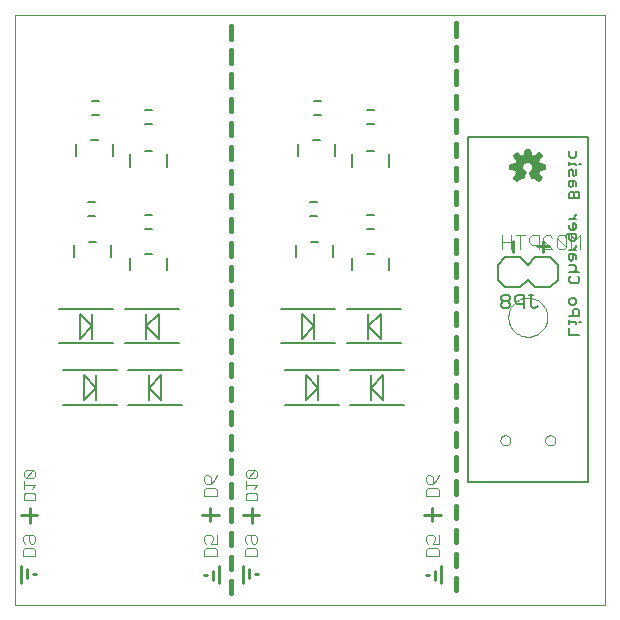
<source format=gbo>
G75*
%MOIN*%
%OFA0B0*%
%FSLAX24Y24*%
%IPPOS*%
%LPD*%
%AMOC8*
5,1,8,0,0,1.08239X$1,22.5*
%
%ADD10C,0.0000*%
%ADD11C,0.0040*%
%ADD12C,0.0030*%
%ADD13C,0.0100*%
%ADD14C,0.0160*%
%ADD15C,0.0080*%
%ADD16C,0.0110*%
%ADD17C,0.0060*%
%ADD18C,0.0000*%
%ADD19C,0.0050*%
%ADD20C,0.0059*%
D10*
X030992Y033994D02*
X030992Y053680D01*
X050677Y053680D01*
X050677Y033994D01*
X030992Y033994D01*
D11*
X031262Y035636D02*
X031262Y035841D01*
X031331Y035909D01*
X031604Y035909D01*
X031672Y035841D01*
X031672Y035636D01*
X031262Y035636D01*
X031331Y036050D02*
X031262Y036119D01*
X031262Y036255D01*
X031331Y036324D01*
X031604Y036324D01*
X031672Y036255D01*
X031672Y036119D01*
X031604Y036050D01*
X031536Y036050D01*
X031467Y036119D01*
X031467Y036324D01*
X037312Y036255D02*
X037312Y036119D01*
X037381Y036050D01*
X037517Y036050D02*
X037586Y036187D01*
X037586Y036255D01*
X037517Y036324D01*
X037381Y036324D01*
X037312Y036255D01*
X037517Y036050D02*
X037722Y036050D01*
X037722Y036324D01*
X037654Y035909D02*
X037722Y035841D01*
X037722Y035636D01*
X037312Y035636D01*
X037312Y035841D01*
X037381Y035909D01*
X037654Y035909D01*
X038662Y035841D02*
X038731Y035909D01*
X039004Y035909D01*
X039072Y035841D01*
X039072Y035636D01*
X038662Y035636D01*
X038662Y035841D01*
X038731Y036050D02*
X038662Y036119D01*
X038662Y036255D01*
X038731Y036324D01*
X039004Y036324D01*
X039072Y036255D01*
X039072Y036119D01*
X039004Y036050D01*
X038936Y036050D01*
X038867Y036119D01*
X038867Y036324D01*
X037722Y037636D02*
X037722Y037841D01*
X037654Y037909D01*
X037381Y037909D01*
X037312Y037841D01*
X037312Y037636D01*
X037722Y037636D01*
X037517Y038050D02*
X037654Y038187D01*
X037722Y038324D01*
X037517Y038255D02*
X037517Y038050D01*
X037381Y038050D01*
X037312Y038119D01*
X037312Y038255D01*
X037381Y038324D01*
X037449Y038324D01*
X037517Y038255D01*
X044712Y038255D02*
X044781Y038324D01*
X044849Y038324D01*
X044917Y038255D01*
X044917Y038050D01*
X044781Y038050D01*
X044712Y038119D01*
X044712Y038255D01*
X044917Y038050D02*
X045054Y038187D01*
X045122Y038324D01*
X045054Y037909D02*
X045122Y037841D01*
X045122Y037636D01*
X044712Y037636D01*
X044712Y037841D01*
X044781Y037909D01*
X045054Y037909D01*
X045122Y036324D02*
X045122Y036050D01*
X044917Y036050D01*
X044986Y036187D01*
X044986Y036255D01*
X044917Y036324D01*
X044781Y036324D01*
X044712Y036255D01*
X044712Y036119D01*
X044781Y036050D01*
X044781Y035909D02*
X045054Y035909D01*
X045122Y035841D01*
X045122Y035636D01*
X044712Y035636D01*
X044712Y035841D01*
X044781Y035909D01*
X047226Y045864D02*
X047226Y046325D01*
X047226Y046095D02*
X047533Y046095D01*
X047533Y046325D02*
X047533Y045864D01*
X047839Y045864D02*
X047839Y046325D01*
X047686Y046325D02*
X047993Y046325D01*
X048146Y046248D02*
X048146Y046095D01*
X048223Y046018D01*
X048453Y046018D01*
X048453Y045864D02*
X048453Y046325D01*
X048223Y046325D01*
X048146Y046248D01*
X048607Y046248D02*
X048684Y046325D01*
X048837Y046325D01*
X048914Y046248D01*
X049067Y046248D02*
X049374Y045941D01*
X049297Y045864D01*
X049144Y045864D01*
X049067Y045941D01*
X049067Y046248D01*
X049144Y046325D01*
X049297Y046325D01*
X049374Y046248D01*
X049374Y045941D01*
X049528Y045864D02*
X049528Y046325D01*
X049681Y046171D01*
X049834Y046325D01*
X049834Y045864D01*
X048914Y045864D02*
X048607Y046171D01*
X048607Y046248D01*
X048607Y045864D02*
X048914Y045864D01*
D12*
X039077Y038426D02*
X039077Y038303D01*
X039016Y038241D01*
X038769Y038241D01*
X039016Y038488D01*
X038769Y038488D01*
X038707Y038426D01*
X038707Y038303D01*
X038769Y038241D01*
X038707Y038120D02*
X038707Y037873D01*
X038707Y037996D02*
X039077Y037996D01*
X038954Y037873D01*
X039016Y037751D02*
X039077Y037690D01*
X039077Y037505D01*
X038707Y037505D01*
X038707Y037690D01*
X038769Y037751D01*
X039016Y037751D01*
X039077Y038426D02*
X039016Y038488D01*
X031677Y038426D02*
X031677Y038303D01*
X031616Y038241D01*
X031369Y038241D01*
X031616Y038488D01*
X031369Y038488D01*
X031307Y038426D01*
X031307Y038303D01*
X031369Y038241D01*
X031307Y038120D02*
X031307Y037873D01*
X031307Y037996D02*
X031677Y037996D01*
X031554Y037873D01*
X031616Y037751D02*
X031677Y037690D01*
X031677Y037505D01*
X031307Y037505D01*
X031307Y037690D01*
X031369Y037751D01*
X031616Y037751D01*
X031677Y038426D02*
X031616Y038488D01*
D13*
X031492Y037244D02*
X031492Y036744D01*
X031742Y036994D02*
X031192Y036994D01*
X031192Y035294D02*
X031192Y034744D01*
X031392Y034894D02*
X031392Y035194D01*
X031592Y035044D02*
X031692Y035044D01*
X037292Y034994D02*
X037392Y034994D01*
X037592Y034844D02*
X037592Y035144D01*
X037792Y035294D02*
X037792Y034744D01*
X038592Y034744D02*
X038592Y035294D01*
X038792Y035194D02*
X038792Y034894D01*
X038992Y035044D02*
X039092Y035044D01*
X038892Y036744D02*
X038892Y037244D01*
X039142Y036994D02*
X038592Y036994D01*
X037792Y036994D02*
X037242Y036994D01*
X037492Y036794D02*
X037492Y037244D01*
X044642Y036994D02*
X045192Y036994D01*
X044892Y036794D02*
X044892Y037244D01*
X045192Y035294D02*
X045192Y034744D01*
X044992Y034844D02*
X044992Y035144D01*
X044792Y034994D02*
X044692Y034994D01*
D14*
X045692Y034905D02*
X045692Y034494D01*
X045692Y035298D02*
X045692Y035709D01*
X045692Y036102D02*
X045692Y036513D01*
X045692Y036906D02*
X045692Y037316D01*
X045692Y037710D02*
X045692Y038120D01*
X045692Y038514D02*
X045692Y038924D01*
X045692Y039318D02*
X045692Y039728D01*
X045692Y040122D02*
X045692Y040532D01*
X045692Y040926D02*
X045692Y041336D01*
X045692Y041730D02*
X045692Y042140D01*
X045692Y042534D02*
X045692Y042944D01*
X045692Y043337D02*
X045692Y043748D01*
X045692Y044141D02*
X045692Y044552D01*
X045692Y044945D02*
X045692Y045355D01*
X045692Y045749D02*
X045692Y046159D01*
X045692Y046553D02*
X045692Y046963D01*
X045692Y047357D02*
X045692Y047767D01*
X045692Y048161D02*
X045692Y048571D01*
X045692Y048965D02*
X045692Y049375D01*
X045692Y049769D02*
X045692Y050179D01*
X045692Y050573D02*
X045692Y050983D01*
X045692Y051376D02*
X045692Y051787D01*
X045692Y052180D02*
X045692Y052591D01*
X045692Y052984D02*
X045692Y053394D01*
X038192Y053294D02*
X038192Y052884D01*
X038192Y052491D02*
X038192Y052080D01*
X038192Y051687D02*
X038192Y051276D01*
X038192Y050883D02*
X038192Y050473D01*
X038192Y050079D02*
X038192Y049669D01*
X038192Y049275D02*
X038192Y048865D01*
X038192Y048471D02*
X038192Y048061D01*
X038192Y047667D02*
X038192Y047257D01*
X038192Y046863D02*
X038192Y046453D01*
X038192Y046059D02*
X038192Y045649D01*
X038192Y045255D02*
X038192Y044845D01*
X038192Y044452D02*
X038192Y044041D01*
X038192Y043648D02*
X038192Y043237D01*
X038192Y042844D02*
X038192Y042434D01*
X038192Y042040D02*
X038192Y041630D01*
X038192Y041236D02*
X038192Y040826D01*
X038192Y040432D02*
X038192Y040022D01*
X038192Y039628D02*
X038192Y039218D01*
X038192Y038824D02*
X038192Y038414D01*
X038192Y038020D02*
X038192Y037610D01*
X038192Y037216D02*
X038192Y036806D01*
X038192Y036413D02*
X038192Y036002D01*
X038192Y035609D02*
X038192Y035198D01*
X038192Y034805D02*
X038192Y034394D01*
D15*
X046092Y038094D02*
X050092Y038094D01*
X050092Y049594D01*
X046092Y049594D01*
X046092Y038094D01*
X047342Y044594D02*
X047092Y044844D01*
X047092Y045344D01*
X047342Y045594D01*
X047842Y045594D01*
X048092Y045344D01*
X048342Y045594D01*
X048842Y045594D01*
X049092Y045344D01*
X049092Y044844D01*
X048842Y044594D01*
X048342Y044594D01*
X048092Y044844D01*
X047842Y044594D01*
X047342Y044594D01*
D16*
X047592Y045755D02*
X047592Y046149D01*
X048396Y045952D02*
X048789Y045952D01*
X048592Y045755D02*
X048592Y046149D01*
D17*
X049359Y046257D02*
X049359Y046314D01*
X049415Y046371D01*
X049699Y046371D01*
X049699Y046201D01*
X049642Y046144D01*
X049529Y046144D01*
X049472Y046201D01*
X049472Y046371D01*
X049529Y046512D02*
X049642Y046512D01*
X049699Y046569D01*
X049699Y046682D01*
X049642Y046739D01*
X049586Y046739D01*
X049586Y046512D01*
X049529Y046512D02*
X049472Y046569D01*
X049472Y046682D01*
X049472Y046880D02*
X049699Y046880D01*
X049586Y046880D02*
X049699Y046994D01*
X049699Y047051D01*
X049642Y047556D02*
X049642Y047726D01*
X049586Y047783D01*
X049529Y047783D01*
X049472Y047726D01*
X049472Y047556D01*
X049812Y047556D01*
X049812Y047726D01*
X049756Y047783D01*
X049699Y047783D01*
X049642Y047726D01*
X049529Y047924D02*
X049586Y047981D01*
X049586Y048151D01*
X049642Y048151D02*
X049472Y048151D01*
X049472Y047981D01*
X049529Y047924D01*
X049699Y047981D02*
X049699Y048094D01*
X049642Y048151D01*
X049642Y048292D02*
X049699Y048349D01*
X049699Y048519D01*
X049586Y048462D02*
X049586Y048349D01*
X049642Y048292D01*
X049472Y048292D02*
X049472Y048462D01*
X049529Y048519D01*
X049586Y048462D01*
X049699Y048661D02*
X049699Y048717D01*
X049472Y048717D01*
X049472Y048661D02*
X049472Y048774D01*
X049529Y048906D02*
X049472Y048963D01*
X049472Y049133D01*
X049699Y049133D02*
X049699Y048963D01*
X049642Y048906D01*
X049529Y048906D01*
X049812Y048717D02*
X049869Y048717D01*
X049699Y046007D02*
X049699Y045950D01*
X049586Y045837D01*
X049699Y045837D02*
X049472Y045837D01*
X049472Y045695D02*
X049472Y045525D01*
X049529Y045469D01*
X049586Y045525D01*
X049586Y045695D01*
X049642Y045695D02*
X049472Y045695D01*
X049642Y045695D02*
X049699Y045639D01*
X049699Y045525D01*
X049642Y045327D02*
X049472Y045327D01*
X049642Y045327D02*
X049699Y045270D01*
X049699Y045157D01*
X049642Y045100D01*
X049812Y045100D02*
X049472Y045100D01*
X049529Y044959D02*
X049472Y044902D01*
X049472Y044789D01*
X049529Y044732D01*
X049756Y044732D01*
X049812Y044789D01*
X049812Y044902D01*
X049756Y044959D01*
X049642Y044222D02*
X049699Y044165D01*
X049699Y044052D01*
X049642Y043995D01*
X049529Y043995D01*
X049472Y044052D01*
X049472Y044165D01*
X049529Y044222D01*
X049642Y044222D01*
X049642Y043854D02*
X049586Y043797D01*
X049586Y043627D01*
X049472Y043627D02*
X049812Y043627D01*
X049812Y043797D01*
X049756Y043854D01*
X049642Y043854D01*
X049472Y043495D02*
X049472Y043381D01*
X049472Y043438D02*
X049699Y043438D01*
X049699Y043381D01*
X049812Y043438D02*
X049869Y043438D01*
X049812Y043013D02*
X049472Y043013D01*
X049472Y043240D01*
X043873Y042720D02*
X042074Y042720D01*
X041679Y042720D02*
X039880Y042720D01*
X040559Y042877D02*
X040559Y043712D01*
X040976Y043294D01*
X040559Y042877D01*
X040976Y042877D02*
X040976Y043294D01*
X040976Y043712D01*
X040373Y045597D02*
X040373Y046014D01*
X040870Y046117D02*
X041108Y046117D01*
X041611Y046014D02*
X041611Y045597D01*
X041679Y043869D02*
X039880Y043869D01*
X040011Y041819D02*
X041811Y041819D01*
X042155Y041819D02*
X043954Y041819D01*
X043275Y041662D02*
X043275Y040827D01*
X042858Y041244D01*
X043275Y041662D01*
X042858Y041662D02*
X042858Y041244D01*
X042858Y040827D01*
X042155Y040670D02*
X043954Y040670D01*
X043194Y042877D02*
X042776Y043294D01*
X043194Y043712D01*
X043194Y042877D01*
X042776Y042877D02*
X042776Y043294D01*
X042776Y043712D01*
X042223Y045166D02*
X042223Y045582D01*
X042720Y045686D02*
X042958Y045686D01*
X043461Y045582D02*
X043461Y045166D01*
X043873Y043869D02*
X042074Y043869D01*
X041108Y041662D02*
X041108Y041244D01*
X040690Y041662D01*
X040690Y040827D01*
X041108Y041244D01*
X041108Y040827D01*
X041811Y040670D02*
X040011Y040670D01*
X040824Y046965D02*
X041060Y046965D01*
X041060Y047437D02*
X040824Y047437D01*
X040423Y048966D02*
X040423Y049382D01*
X040920Y049486D02*
X041158Y049486D01*
X041661Y049382D02*
X041661Y048966D01*
X042223Y049032D02*
X042223Y048616D01*
X042720Y049136D02*
X042958Y049136D01*
X043461Y049032D02*
X043461Y048616D01*
X042960Y047012D02*
X042724Y047012D01*
X042724Y046539D02*
X042960Y046539D01*
X042960Y050039D02*
X042724Y050039D01*
X042724Y050512D02*
X042960Y050512D01*
X041210Y050339D02*
X040974Y050339D01*
X040974Y050812D02*
X041210Y050812D01*
X036061Y049032D02*
X036061Y048616D01*
X035558Y049136D02*
X035320Y049136D01*
X034823Y049032D02*
X034823Y048616D01*
X034261Y048966D02*
X034261Y049382D01*
X033758Y049486D02*
X033520Y049486D01*
X033023Y049382D02*
X033023Y048966D01*
X033574Y050339D02*
X033810Y050339D01*
X033810Y050812D02*
X033574Y050812D01*
X035324Y050512D02*
X035560Y050512D01*
X035560Y050039D02*
X035324Y050039D01*
X035324Y047012D02*
X035560Y047012D01*
X035560Y046539D02*
X035324Y046539D01*
X035320Y045686D02*
X035558Y045686D01*
X036061Y045582D02*
X036061Y045166D01*
X036473Y043869D02*
X034674Y043869D01*
X034279Y043869D02*
X032480Y043869D01*
X032480Y042720D02*
X034279Y042720D01*
X034674Y042720D02*
X036473Y042720D01*
X035794Y042877D02*
X035794Y043712D01*
X035376Y043294D01*
X035794Y042877D01*
X035376Y042877D02*
X035376Y043294D01*
X035376Y043712D01*
X034823Y045166D02*
X034823Y045582D01*
X034211Y045597D02*
X034211Y046014D01*
X033708Y046117D02*
X033470Y046117D01*
X032973Y046014D02*
X032973Y045597D01*
X033159Y043712D02*
X033159Y042877D01*
X033576Y043294D01*
X033159Y043712D01*
X033576Y043712D02*
X033576Y043294D01*
X033576Y042877D01*
X033708Y041662D02*
X033708Y041244D01*
X033290Y041662D01*
X033290Y040827D01*
X033708Y041244D01*
X033708Y040827D01*
X034411Y040670D02*
X032611Y040670D01*
X032611Y041819D02*
X034411Y041819D01*
X034755Y041819D02*
X036554Y041819D01*
X035875Y041662D02*
X035875Y040827D01*
X035458Y041244D01*
X035875Y041662D01*
X035458Y041662D02*
X035458Y041244D01*
X035458Y040827D01*
X034755Y040670D02*
X036554Y040670D01*
X033660Y046965D02*
X033424Y046965D01*
X033424Y047437D02*
X033660Y047437D01*
D18*
X047177Y039489D02*
X047179Y039514D01*
X047185Y039539D01*
X047194Y039563D01*
X047207Y039585D01*
X047224Y039605D01*
X047243Y039622D01*
X047264Y039636D01*
X047288Y039646D01*
X047312Y039653D01*
X047338Y039656D01*
X047363Y039655D01*
X047388Y039650D01*
X047412Y039641D01*
X047435Y039629D01*
X047455Y039614D01*
X047473Y039595D01*
X047488Y039574D01*
X047499Y039551D01*
X047507Y039527D01*
X047511Y039502D01*
X047511Y039476D01*
X047507Y039451D01*
X047499Y039427D01*
X047488Y039404D01*
X047473Y039383D01*
X047455Y039364D01*
X047435Y039349D01*
X047412Y039337D01*
X047388Y039328D01*
X047363Y039323D01*
X047338Y039322D01*
X047312Y039325D01*
X047288Y039332D01*
X047264Y039342D01*
X047243Y039356D01*
X047224Y039373D01*
X047207Y039393D01*
X047194Y039415D01*
X047185Y039439D01*
X047179Y039464D01*
X047177Y039489D01*
X047442Y043594D02*
X047444Y043644D01*
X047450Y043694D01*
X047460Y043744D01*
X047473Y043792D01*
X047490Y043840D01*
X047511Y043886D01*
X047535Y043930D01*
X047563Y043972D01*
X047594Y044012D01*
X047628Y044049D01*
X047665Y044084D01*
X047704Y044115D01*
X047745Y044144D01*
X047789Y044169D01*
X047835Y044191D01*
X047882Y044209D01*
X047930Y044223D01*
X047979Y044234D01*
X048029Y044241D01*
X048079Y044244D01*
X048130Y044243D01*
X048180Y044238D01*
X048230Y044229D01*
X048278Y044217D01*
X048326Y044200D01*
X048372Y044180D01*
X048417Y044157D01*
X048460Y044130D01*
X048500Y044100D01*
X048538Y044067D01*
X048573Y044031D01*
X048606Y043992D01*
X048635Y043951D01*
X048661Y043908D01*
X048684Y043863D01*
X048703Y043816D01*
X048718Y043768D01*
X048730Y043719D01*
X048738Y043669D01*
X048742Y043619D01*
X048742Y043569D01*
X048738Y043519D01*
X048730Y043469D01*
X048718Y043420D01*
X048703Y043372D01*
X048684Y043325D01*
X048661Y043280D01*
X048635Y043237D01*
X048606Y043196D01*
X048573Y043157D01*
X048538Y043121D01*
X048500Y043088D01*
X048460Y043058D01*
X048417Y043031D01*
X048372Y043008D01*
X048326Y042988D01*
X048278Y042971D01*
X048230Y042959D01*
X048180Y042950D01*
X048130Y042945D01*
X048079Y042944D01*
X048029Y042947D01*
X047979Y042954D01*
X047930Y042965D01*
X047882Y042979D01*
X047835Y042997D01*
X047789Y043019D01*
X047745Y043044D01*
X047704Y043073D01*
X047665Y043104D01*
X047628Y043139D01*
X047594Y043176D01*
X047563Y043216D01*
X047535Y043258D01*
X047511Y043302D01*
X047490Y043348D01*
X047473Y043396D01*
X047460Y043444D01*
X047450Y043494D01*
X047444Y043544D01*
X047442Y043594D01*
X048673Y039489D02*
X048675Y039514D01*
X048681Y039539D01*
X048690Y039563D01*
X048703Y039585D01*
X048720Y039605D01*
X048739Y039622D01*
X048760Y039636D01*
X048784Y039646D01*
X048808Y039653D01*
X048834Y039656D01*
X048859Y039655D01*
X048884Y039650D01*
X048908Y039641D01*
X048931Y039629D01*
X048951Y039614D01*
X048969Y039595D01*
X048984Y039574D01*
X048995Y039551D01*
X049003Y039527D01*
X049007Y039502D01*
X049007Y039476D01*
X049003Y039451D01*
X048995Y039427D01*
X048984Y039404D01*
X048969Y039383D01*
X048951Y039364D01*
X048931Y039349D01*
X048908Y039337D01*
X048884Y039328D01*
X048859Y039323D01*
X048834Y039322D01*
X048808Y039325D01*
X048784Y039332D01*
X048760Y039342D01*
X048739Y039356D01*
X048720Y039373D01*
X048703Y039393D01*
X048690Y039415D01*
X048681Y039439D01*
X048675Y039464D01*
X048673Y039489D01*
D19*
X048343Y043899D02*
X048268Y043899D01*
X048193Y043975D01*
X048193Y044350D01*
X048268Y044350D02*
X048118Y044350D01*
X047958Y044350D02*
X047733Y044350D01*
X047658Y044275D01*
X047658Y044125D01*
X047733Y044050D01*
X047958Y044050D01*
X047958Y043899D02*
X047958Y044350D01*
X047498Y044275D02*
X047498Y044200D01*
X047422Y044125D01*
X047272Y044125D01*
X047197Y044050D01*
X047197Y043975D01*
X047272Y043899D01*
X047422Y043899D01*
X047498Y043975D01*
X047498Y044050D01*
X047422Y044125D01*
X047272Y044125D02*
X047197Y044200D01*
X047197Y044275D01*
X047272Y044350D01*
X047422Y044350D01*
X047498Y044275D01*
X048343Y043899D02*
X048418Y043975D01*
D20*
X048456Y048129D02*
X048307Y048250D01*
X048248Y048219D01*
X048163Y048424D01*
X048201Y048445D01*
X048232Y048475D01*
X048257Y048511D01*
X048272Y048551D01*
X048277Y048594D01*
X048271Y048638D01*
X048256Y048680D01*
X048231Y048716D01*
X048198Y048746D01*
X048159Y048766D01*
X048116Y048777D01*
X048072Y048778D01*
X048029Y048768D01*
X047990Y048748D01*
X047956Y048719D01*
X047930Y048683D01*
X047914Y048642D01*
X047908Y048598D01*
X047912Y048555D01*
X047927Y048513D01*
X047951Y048476D01*
X047983Y048446D01*
X048021Y048424D01*
X047937Y048219D01*
X047877Y048250D01*
X047729Y048129D01*
X047627Y048231D01*
X047748Y048379D01*
X047717Y048439D01*
X047696Y048503D01*
X047506Y048523D01*
X047506Y048666D01*
X047696Y048686D01*
X047717Y048750D01*
X047748Y048810D01*
X047627Y048958D01*
X047729Y049060D01*
X047877Y048939D01*
X047937Y048970D01*
X048001Y048990D01*
X048020Y049181D01*
X048164Y049181D01*
X048183Y048990D01*
X048248Y048970D01*
X048307Y048939D01*
X048456Y049060D01*
X048557Y048958D01*
X048436Y048810D01*
X048467Y048750D01*
X048488Y048686D01*
X048678Y048666D01*
X048678Y048523D01*
X048488Y048503D01*
X048467Y048439D01*
X048436Y048379D01*
X048557Y048231D01*
X048456Y048129D01*
X048480Y048153D02*
X048426Y048153D01*
X048356Y048211D02*
X048537Y048211D01*
X048527Y048268D02*
X048227Y048268D01*
X048203Y048326D02*
X048480Y048326D01*
X048439Y048383D02*
X048180Y048383D01*
X048193Y048441D02*
X048468Y048441D01*
X048486Y048498D02*
X048248Y048498D01*
X048272Y048556D02*
X048678Y048556D01*
X048678Y048614D02*
X048274Y048614D01*
X048259Y048671D02*
X048633Y048671D01*
X048474Y048729D02*
X048217Y048729D01*
X048268Y048959D02*
X047916Y048959D01*
X047852Y048959D02*
X047628Y048959D01*
X047673Y048901D02*
X048511Y048901D01*
X048557Y048959D02*
X048332Y048959D01*
X048402Y049016D02*
X048499Y049016D01*
X048464Y048844D02*
X047720Y048844D01*
X047736Y048786D02*
X048449Y048786D01*
X048181Y049016D02*
X048003Y049016D01*
X048009Y049074D02*
X048175Y049074D01*
X048169Y049132D02*
X048015Y049132D01*
X047782Y049016D02*
X047685Y049016D01*
X047710Y048729D02*
X047967Y048729D01*
X047926Y048671D02*
X047552Y048671D01*
X047506Y048614D02*
X047910Y048614D01*
X047912Y048556D02*
X047506Y048556D01*
X047698Y048498D02*
X047936Y048498D01*
X047991Y048441D02*
X047716Y048441D01*
X047746Y048383D02*
X048005Y048383D01*
X047981Y048326D02*
X047704Y048326D01*
X047657Y048268D02*
X047957Y048268D01*
X047829Y048211D02*
X047647Y048211D01*
X047705Y048153D02*
X047758Y048153D01*
M02*

</source>
